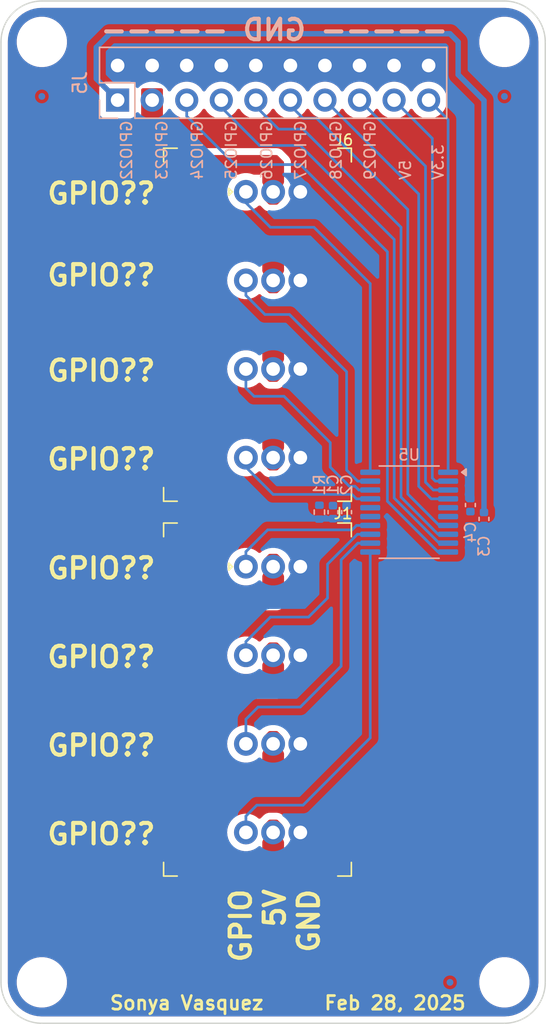
<source format=kicad_pcb>
(kicad_pcb (version 20240108) (generator "pcbnew") (generator_version "8.0")
  (layers (0 "F.Cu" signal) (31 "B.Cu" signal) (34 "B.Paste" user) (35 "F.Paste" user) (36 "B.SilkS" user "B.Silkscreen") (37 "F.SilkS" user "F.Silkscreen") (38 "B.Mask" user) (39 "F.Mask" user) (44 "Edge.Cuts" user))
  (net 0 "")
  (net 1 "+5V")
  (net 2 "GND")
  (net 3 "+3.3V")
  (net 4 "/OUT3")
  (net 5 "/IN0")
  (net 6 "/IN3")
  (net 7 "/OUT2")
  (net 8 "/OUT1")
  (net 9 "/IN1")
  (net 10 "/OUT0")
  (net 11 "/IN2")
  (net 12 "/IN1_5V")
  (net 13 "/OUT3_5V")
  (net 14 "+3V3")
  (net 15 "/OUT1_5V")
  (net 16 "/OUT2_5V")
  (net 17 "/IN2_5V")
  (net 18 "/IN0_5V")
  (net 19 "/OUT0_5V")
  (net 20 "/IN3_5V")
  (footprint "MountingHole:MountingHole_3.2mm_M3_DIN965" (layer "F.Cu") (at 157 107)
    (property "Reference" "REF**" (hide yes))
    (property "Value" "MountingHole_3.2mm_M3_DIN965" (hide yes))
    (pad "" np_thru_hole circle (at 0 0) (size 3.2 3.2) (drill 3.2) (layers "*.Cu" "*.Mask"))
  )
  (footprint "kicad-lib:3M_Mini-Clamp-Socket-37212-62M3-003PL-3x4_Vertical" (layer "F.Cu") (at 140 58.75 -90)
    (property "Reference" "J6" (at -13.55 -5.2 0) (layer "F.SilkS") (effects (font (size 0.8 0.8) (thickness 0.125))))
    (property "Value" "Conn_01x12_Socket" (hide yes))
    (fp_line (start -12.95 8.05) (end -11.95 8.05) (stroke (width 0.12)) (layer "F.SilkS"))
    (fp_line (start -12.95 8.05) (end -12.95 7.05) (stroke (width 0.12)) (layer "F.SilkS"))
    (fp_line (start 12.95 8.05) (end 11.95 8.05) (stroke (width 0.12)) (layer "F.SilkS"))
    (fp_line (start 12.95 8.05) (end 12.95 7.05) (stroke (width 0.12)) (layer "F.SilkS"))
    (fp_line (start -10 3.25) (end -9.5 3.25) (stroke (width 0.12)) (layer "F.SilkS"))
    (fp_line (start -9.5 3.25) (end -9.75 3) (stroke (width 0.12)) (layer "F.SilkS"))
    (fp_line (start -9.75 3) (end -10 3.25) (stroke (width 0.12)) (layer "F.SilkS"))
    (fp_line (start -12.95 -5.75) (end -12.95 -4.75) (stroke (width 0.12)) (layer "F.SilkS"))
    (fp_line (start -12.95 -5.75) (end -11.95 -5.75) (stroke (width 0.12)) (layer "F.SilkS"))
    (fp_line (start 12.95 -5.75) (end 12.95 -4.75) (stroke (width 0.12)) (layer "F.SilkS"))
    (fp_line (start 12.95 -5.75) (end 11.95 -5.75) (stroke (width 0.12)) (layer "F.SilkS"))
    (pad "1" thru_hole circle (at -9.75 2 270) (size 1.75 1.75) (drill 1) (layers "*.Cu" "*.Mask") (net 18 "/IN0_5V"))
    (pad "2" thru_hole circle (at -9.75 0 270) (size 1.75 1.75) (drill 1) (layers "*.Cu" "*.Mask") (net 1 "+5V"))
    (pad "3" thru_hole circle (at -9.75 -2 270) (size 1.75 1.75) (drill 1) (layers "*.Cu" "*.Mask") (net 2 "GND"))
    (pad "4" thru_hole circle (at -3.25 2 270) (size 1.75 1.75) (drill 1) (layers "*.Cu" "*.Mask") (net 12 "/IN1_5V"))
    (pad "5" thru_hole circle (at -3.25 0 270) (size 1.75 1.75) (drill 1) (layers "*.Cu" "*.Mask") (net 1 "+5V"))
    (pad "6" thru_hole circle (at -3.25 -2 270) (size 1.75 1.75) (drill 1) (layers "*.Cu" "*.Mask") (net 2 "GND"))
    (pad "7" thru_hole circle (at 3.25 2 270) (size 1.75 1.75) (drill 1) (layers "*.Cu" "*.Mask") (net 17 "/IN2_5V"))
    (pad "8" thru_hole circle (at 3.25 0 270) (size 1.75 1.75) (drill 1) (layers "*.Cu" "*.Mask") (net 1 "+5V"))
    (pad "9" thru_hole circle (at 3.25 -2 270) (size 1.75 1.75) (drill 1) (layers "*.Cu" "*.Mask") (net 2 "GND"))
    (pad "10" thru_hole circle (at 9.75 2 270) (size 1.75 1.75) (drill 1) (layers "*.Cu" "*.Mask") (net 20 "/IN3_5V"))
    (pad "11" thru_hole circle (at 9.75 0 270) (size 1.75 1.75) (drill 1) (layers "*.Cu" "*.Mask") (net 1 "+5V"))
    (pad "12" thru_hole circle (at 9.75 -2 270) (size 1.75 1.75) (drill 1) (layers "*.Cu" "*.Mask") (net 2 "GND"))
  )
  (footprint "MountingHole:MountingHole_3.2mm_M3_DIN965" (layer "F.Cu") (at 123 38)
    (property "Reference" "REF**" (hide yes))
    (property "Value" "MountingHole_3.2mm_M3_DIN965" (hide yes))
    (pad "" np_thru_hole circle (at 0 0) (size 3.2 3.2) (drill 3.2) (layers "*.Cu" "*.Mask"))
  )
  (footprint "MountingHole:MountingHole_3.2mm_M3_DIN965" (layer "F.Cu") (at 157 38)
    (property "Reference" "REF**" (hide yes))
    (property "Value" "MountingHole_3.2mm_M3_DIN965" (hide yes))
    (pad "" np_thru_hole circle (at 0 0) (size 3.2 3.2) (drill 3.2) (layers "*.Cu" "*.Mask"))
  )
  (footprint "kicad-lib:3M_Mini-Clamp-Socket-37212-62M3-003PL-3x4_Vertical" (layer "F.Cu") (at 140 86.25 -90)
    (property "Reference" "J1" (at -13.642164 -5.14 0) (layer "F.SilkS") (effects (font (size 0.8 0.8) (thickness 0.125))))
    (property "Value" "Conn_01x12_Socket" (hide yes))
    (fp_line (start -12.95 8.05) (end -11.95 8.05) (stroke (width 0.12)) (layer "F.SilkS"))
    (fp_line (start -12.95 8.05) (end -12.95 7.05) (stroke (width 0.12)) (layer "F.SilkS"))
    (fp_line (start 12.95 8.05) (end 11.95 8.05) (stroke (width 0.12)) (layer "F.SilkS"))
    (fp_line (start 12.95 8.05) (end 12.95 7.05) (stroke (width 0.12)) (layer "F.SilkS"))
    (fp_line (start -10 3.25) (end -9.5 3.25) (stroke (width 0.12)) (layer "F.SilkS"))
    (fp_line (start -9.5 3.25) (end -9.75 3) (stroke (width 0.12)) (layer "F.SilkS"))
    (fp_line (start -9.75 3) (end -10 3.25) (stroke (width 0.12)) (layer "F.SilkS"))
    (fp_line (start -12.95 -5.75) (end -12.95 -4.75) (stroke (width 0.12)) (layer "F.SilkS"))
    (fp_line (start -12.95 -5.75) (end -11.95 -5.75) (stroke (width 0.12)) (layer "F.SilkS"))
    (fp_line (start 12.95 -5.75) (end 12.95 -4.75) (stroke (width 0.12)) (layer "F.SilkS"))
    (fp_line (start 12.95 -5.75) (end 11.95 -5.75) (stroke (width 0.12)) (layer "F.SilkS"))
    (pad "1" thru_hole circle (at -9.75 2 270) (size 1.75 1.75) (drill 1) (layers "*.Cu" "*.Mask") (net 19 "/OUT0_5V"))
    (pad "2" thru_hole circle (at -9.75 0 270) (size 1.75 1.75) (drill 1) (layers "*.Cu" "*.Mask") (net 1 "+5V"))
    (pad "3" thru_hole circle (at -9.75 -2 270) (size 1.75 1.75) (drill 1) (layers "*.Cu" "*.Mask") (net 2 "GND"))
    (pad "4" thru_hole circle (at -3.25 2 270) (size 1.75 1.75) (drill 1) (layers "*.Cu" "*.Mask") (net 15 "/OUT1_5V"))
    (pad "5" thru_hole circle (at -3.25 0 270) (size 1.75 1.75) (drill 1) (layers "*.Cu" "*.Mask") (net 1 "+5V"))
    (pad "6" thru_hole circle (at -3.25 -2 270) (size 1.75 1.75) (drill 1) (layers "*.Cu" "*.Mask") (net 2 "GND"))
    (pad "7" thru_hole circle (at 3.25 2 270) (size 1.75 1.75) (drill 1) (layers "*.Cu" "*.Mask") (net 16 "/OUT2_5V"))
    (pad "8" thru_hole circle (at 3.25 0 270) (size 1.75 1.75) (drill 1) (layers "*.Cu" "*.Mask") (net 1 "+5V"))
    (pad "9" thru_hole circle (at 3.25 -2 270) (size 1.75 1.75) (drill 1) (layers "*.Cu" "*.Mask") (net 2 "GND"))
    (pad "10" thru_hole circle (at 9.75 2 270) (size 1.75 1.75) (drill 1) (layers "*.Cu" "*.Mask") (net 13 "/OUT3_5V"))
    (pad "11" thru_hole circle (at 9.75 0 270) (size 1.75 1.75) (drill 1) (layers "*.Cu" "*.Mask") (net 1 "+5V"))
    (pad "12" thru_hole circle (at 9.75 -2 270) (size 1.75 1.75) (drill 1) (layers "*.Cu" "*.Mask") (net 2 "GND"))
  )
  (footprint "MountingHole:MountingHole_3.2mm_M3_DIN965" (layer "F.Cu") (at 123 107)
    (property "Reference" "REF**" (hide yes))
    (property "Value" "MountingHole_3.2mm_M3_DIN965" (hide yes))
    (pad "" np_thru_hole circle (at 0 0) (size 3.2 3.2) (drill 3.2) (layers "*.Cu" "*.Mask"))
  )
  (footprint "Capacitor_SMD:C_0402_1005Metric" (layer "B.Cu") (at 154.5 71.98 90)
    (property "Reference" "C4" (at -2 0 90) (layer "B.SilkS") (effects (font (size 0.8 0.8) (thickness 0.125)) (justify mirror)))
    (property "Value" "1uF" (hide yes))
    (fp_line (start 0.107836 -0.36) (end -0.107836 -0.36) (stroke (width 0.12)) (layer "B.SilkS"))
    (fp_line (start 0.107836 0.36) (end -0.107836 0.36) (stroke (width 0.12)) (layer "B.SilkS"))
    (pad "1" smd roundrect (at -0.48 0 90) (size 0.56 0.62) (layers "B.Cu" "B.Paste" "B.Mask") (net 3 "+3.3V"))
    (pad "2" smd roundrect (at 0.48 0 90) (size 0.56 0.62) (layers "B.Cu" "B.Paste" "B.Mask") (net 2 "GND"))
  )
  (footprint "Resistor_SMD:R_0402_1005Metric" (layer "B.Cu") (at 143.4 72.5 90)
    (property "Reference" "R1" (at 2 0 90) (layer "B.SilkS") (effects (font (size 0.8 0.8) (thickness 0.125)) (justify mirror)))
    (property "Value" "10K" (hide yes))
    (fp_line (start 0.153641 -0.38) (end -0.153641 -0.38) (stroke (width 0.12)) (layer "B.SilkS"))
    (fp_line (start 0.153641 0.38) (end -0.153641 0.38) (stroke (width 0.12)) (layer "B.SilkS"))
    (pad "1" smd roundrect (at -0.51 0 90) (size 0.54 0.64) (layers "B.Cu" "B.Paste" "B.Mask") (net 2 "GND"))
    (pad "2" smd roundrect (at 0.51 0 90) (size 0.54 0.64) (layers "B.Cu" "B.Paste" "B.Mask") (net 1 "+5V"))
  )
  (footprint "Fiducial:Fiducial_0.5mm_Mask1mm" (layer "B.Cu") (at 153 107 180)
    (property "Reference" "FID2" (hide yes))
    (property "Value" "Fiducial" (hide yes))
    (pad "" smd circle (at 0 0 180) (size 0.5 0.5) (layers "B.Cu" "B.Mask") (clearance 0.25))
  )
  (footprint "Capacitor_SMD:C_0402_1005Metric" (layer "B.Cu") (at 144.4 72.5 -90)
    (property "Reference" "C1" (at -2 0 90) (layer "B.SilkS") (effects (font (size 0.8 0.8) (thickness 0.125)) (justify mirror)))
    (property "Value" "1uF" (hide yes))
    (fp_line (start 0.107836 0.36) (end -0.107836 0.36) (stroke (width 0.12)) (layer "B.SilkS"))
    (fp_line (start 0.107836 -0.36) (end -0.107836 -0.36) (stroke (width 0.12)) (layer "B.SilkS"))
    (pad "1" smd roundrect (at -0.48 0 270) (size 0.56 0.62) (layers "B.Cu" "B.Paste" "B.Mask") (net 1 "+5V"))
    (pad "2" smd roundrect (at 0.48 0 270) (size 0.56 0.62) (layers "B.Cu" "B.Paste" "B.Mask") (net 2 "GND"))
  )
  (footprint "Connector_PinSocket_2.54mm:PinSocket_2x10_P2.54mm_Vertical" (layer "B.Cu") (at 128.57 42.27 -90)
    (property "Reference" "J5" (at -1.27 2.77 90) (layer "B.SilkS") (effects (justify mirror)))
    (property "Value" "Conn_02x10_Odd_Even" (hide yes))
    (fp_line (start -1.27 1.33) (end -3.87 1.33) (stroke (width 0.12)) (layer "B.SilkS"))
    (fp_line (start 1.33 1.33) (end 0 1.33) (stroke (width 0.12)) (layer "B.SilkS"))
    (fp_line (start 1.33 0) (end 1.33 1.33) (stroke (width 0.12)) (layer "B.SilkS"))
    (fp_line (start -1.27 -1.27) (end -1.27 1.33) (stroke (width 0.12)) (layer "B.SilkS"))
    (fp_line (start 1.33 -1.27) (end -1.27 -1.27) (stroke (width 0.12)) (layer "B.SilkS"))
    (fp_line (start -3.87 -24.19) (end -3.87 1.33) (stroke (width 0.12)) (layer "B.SilkS"))
    (fp_line (start 1.33 -24.19) (end 1.33 -1.27) (stroke (width 0.12)) (layer "B.SilkS"))
    (fp_line (start 1.33 -24.19) (end -3.87 -24.19) (stroke (width 0.12)) (layer "B.SilkS"))
    (pad "1" thru_hole rect (at 0 0 270) (size 1.7 1.7) (drill 1) (layers "*.Cu" "*.Mask") (net 3 "+3.3V"))
    (pad "2" thru_hole oval (at -2.54 0 270) (size 1.7 1.7) (drill 1) (layers "*.Cu" "*.Mask") (net 2 "GND"))
    (pad "3" thru_hole oval (at 0 -2.54 270) (size 1.7 1.7) (drill 1) (layers "*.Cu" "*.Mask") (net 1 "+5V"))
    (pad "4" thru_hole oval (at -2.54 -2.54 270) (size 1.7 1.7) (drill 1) (layers "*.Cu" "*.Mask") (net 2 "GND"))
    (pad "5" thru_hole oval (at 0 -5.08 270) (size 1.7 1.7) (drill 1) (layers "*.Cu" "*.Mask") (net 4 "/OUT3"))
    (pad "6" thru_hole oval (at -2.54 -5.08 270) (size 1.7 1.7) (drill 1) (layers "*.Cu" "*.Mask") (net 2 "GND"))
    (pad "7" thru_hole oval (at 0 -7.62 270) (size 1.7 1.7) (drill 1) (layers "*.Cu" "*.Mask") (net 7 "/OUT2"))
    (pad "8" thru_hole oval (at -2.54 -7.62 270) (size 1.7 1.7) (drill 1) (layers "*.Cu" "*.Mask") (net 2 "GND"))
    (pad "9" thru_hole oval (at 0 -10.16 270) (size 1.7 1.7) (drill 1) (layers "*.Cu" "*.Mask") (net 8 "/OUT1"))
    (pad "10" thru_hole oval (at -2.54 -10.16 270) (size 1.7 1.7) (drill 1) (layers "*.Cu" "*.Mask") (net 2 "GND"))
    (pad "11" thru_hole oval (at 0 -12.7 270) (size 1.7 1.7) (drill 1) (layers "*.Cu" "*.Mask") (net 10 "/OUT0"))
    (pad "12" thru_hole oval (at -2.54 -12.7 270) (size 1.7 1.7) (drill 1) (layers "*.Cu" "*.Mask") (net 2 "GND"))
    (pad "13" thru_hole oval (at 0 -15.24 270) (size 1.7 1.7) (drill 1) (layers "*.Cu" "*.Mask") (net 6 "/IN3"))
    (pad "14" thru_hole oval (at -2.54 -15.24 270) (size 1.7 1.7) (drill 1) (layers "*.Cu" "*.Mask") (net 2 "GND"))
    (pad "15" thru_hole oval (at 0 -17.78 270) (size 1.7 1.7) (drill 1) (layers "*.Cu" "*.Mask") (net 11 "/IN2"))
    (pad "16" thru_hole oval (at -2.54 -17.78 270) (size 1.7 1.7) (drill 1) (layers "*.Cu" "*.Mask") (net 2 "GND"))
    (pad "17" thru_hole oval (at 0 -20.32 270) (size 1.7 1.7) (drill 1) (layers "*.Cu" "*.Mask") (net 9 "/IN1"))
    (pad "18" thru_hole oval (at -2.54 -20.32 270) (size 1.7 1.7) (drill 1) (layers "*.Cu" "*.Mask") (net 2 "GND"))
    (pad "19" thru_hole oval (at 0 -22.86 270) (size 1.7 1.7) (drill 1) (layers "*.Cu" "*.Mask") (net 5 "/IN0"))
    (pad "20" thru_hole oval (at -2.54 -22.86 270) (size 1.7 1.7) (drill 1) (layers "*.Cu" "*.Mask") (net 2 "GND"))
  )
  (footprint "Fiducial:Fiducial_0.5mm_Mask1mm" (layer "B.Cu") (at 123 42 180)
    (property "Reference" "FID2" (hide yes))
    (property "Value" "Fiducial" (hide yes))
    (pad "" smd circle (at 0 0 180) (size 0.5 0.5) (layers "B.Cu" "B.Mask") (clearance 0.25))
  )
  (footprint "Capacitor_SMD:C_0402_1005Metric" (layer "B.Cu") (at 145.4 72.5 90)
    (property "Reference" "C2" (at 2 0 90) (layer "B.SilkS") (effects (font (size 0.8 0.8) (thickness 0.125)) (justify mirror)))
    (property "Value" "100nF" (hide yes))
    (fp_line (start 0.107836 -0.36) (end -0.107836 -0.36) (stroke (width 0.12)) (layer "B.SilkS"))
    (fp_line (start 0.107836 0.36) (end -0.107836 0.36) (stroke (width 0.12)) (layer "B.SilkS"))
    (pad "1" smd roundrect (at -0.48 0 90) (size 0.56 0.62) (layers "B.Cu" "B.Paste" "B.Mask") (net 2 "GND"))
    (pad "2" smd roundrect (at 0.48 0 90) (size 0.56 0.62) (layers "B.Cu" "B.Paste" "B.Mask") (net 1 "+5V"))
  )
  (footprint "Fiducial:Fiducial_0.5mm_Mask1mm" (layer "B.Cu") (at 157 42 180)
    (property "Reference" "FID2" (hide yes))
    (property "Value" "Fiducial" (hide yes))
    (pad "" smd circle (at 0 0 180) (size 0.5 0.5) (layers "B.Cu" "B.Mask") (clearance 0.25))
  )
  (footprint "Capacitor_SMD:C_0402_1005Metric" (layer "B.Cu") (at 155.5 73 90)
    (property "Reference" "C3" (at -2 0 90) (layer "B.SilkS") (effects (font (size 0.8 0.8) (thickness 0.125)) (justify mirror)))
    (property "Value" "100nF" (hide yes))
    (fp_line (start 0.107836 -0.36) (end -0.107836 -0.36) (stroke (width 0.12)) (layer "B.SilkS"))
    (fp_line (start 0.107836 0.36) (end -0.107836 0.36) (stroke (width 0.12)) (layer "B.SilkS"))
    (pad "1" smd roundrect (at -0.48 0 90) (size 0.56 0.62) (layers "B.Cu" "B.Paste" "B.Mask") (net 2 "GND"))
    (pad "2" smd roundrect (at 0.48 0 90) (size 0.56 0.62) (layers "B.Cu" "B.Paste" "B.Mask") (net 3 "+3.3V"))
  )
  (footprint "Package_SO:TSSOP-20_4.4x6.5mm_P0.65mm" (layer "B.Cu") (at 150 72.5 180)
    (property "Reference" "U5" (at 0 4.2 0) (layer "B.SilkS") (effects (font (size 0.8 0.8) (thickness 0.125)) (justify mirror)))
    (property "Value" "TXB0108")
    (fp_line (start 2.2 3.385) (end 0 3.385) (stroke (width 0.12)) (layer "B.SilkS"))
    (fp_line (start 2.2 -3.385) (end 0 -3.385) (stroke (width 0.12)) (layer "B.SilkS"))
    (fp_line (start -2.2 3.385) (end 0 3.385) (stroke (width 0.12)) (layer "B.SilkS"))
    (fp_line (start -2.2 -3.385) (end 0 -3.385) (stroke (width 0.12)) (layer "B.SilkS"))
    (fp_poly (pts (xy -3.86 2.925) (xy -4.19 3.165) (xy -4.19 2.685) (xy -3.86 2.925)) (stroke (width 0.12)) (fill solid) (layer "B.SilkS"))
    (pad "1" smd roundrect (at -2.8625 2.925 180) (size 1.475 0.4) (layers "B.Cu" "B.Paste" "B.Mask") (net 5 "/IN0"))
    (pad "2" smd roundrect (at -2.8625 2.275 180) (size 1.475 0.4) (layers "B.Cu" "B.Paste" "B.Mask") (net 9 "/IN1"))
    (pad "3" smd roundrect (at -2.8625 1.625 180) (size 1.475 0.4) (layers "B.Cu" "B.Paste" "B.Mask") (net 11 "/IN2"))
    (pad "4" smd roundrect (at -2.8625 0.975 180) (size 1.475 0.4) (layers "B.Cu" "B.Paste" "B.Mask") (net 6 "/IN3"))
    (pad "5" smd roundrect (at -2.8625 0.325 180) (size 1.475 0.4) (layers "B.Cu" "B.Paste" "B.Mask") (net 14 "+3V3"))
    (pad "6" smd roundrect (at -2.8625 -0.325 180) (size 1.475 0.4) (layers "B.Cu" "B.Paste" "B.Mask") (net 14 "+3V3"))
    (pad "7" smd roundrect (at -2.8625 -0.975 180) (size 1.475 0.4) (layers "B.Cu" "B.Paste" "B.Mask") (net 10 "/OUT0"))
    (pad "8" smd roundrect (at -2.8625 -1.625 180) (size 1.475 0.4) (layers "B.Cu" "B.Paste" "B.Mask") (net 8 "/OUT1"))
    (pad "9" smd roundrect (at -2.8625 -2.275 180) (size 1.475 0.4) (layers "B.Cu" "B.Paste" "B.Mask") (net 7 "/OUT2"))
    (pad "10" smd roundrect (at -2.8625 -2.925 180) (size 1.475 0.4) (layers "B.Cu" "B.Paste" "B.Mask") (net 4 "/OUT3"))
    (pad "11" smd roundrect (at 2.8625 -2.925 180) (size 1.475 0.4) (layers "B.Cu" "B.Paste" "B.Mask") (net 13 "/OUT3_5V"))
    (pad "12" smd roundrect (at 2.8625 -2.275 180) (size 1.475 0.4) (layers "B.Cu" "B.Paste" "B.Mask") (net 16 "/OUT2_5V"))
    (pad "13" smd roundrect (at 2.8625 -1.625 180) (size 1.475 0.4) (layers "B.Cu" "B.Paste" "B.Mask") (net 15 "/OUT1_5V"))
    (pad "14" smd roundrect (at 2.8625 -0.975 180) (size 1.475 0.4) (layers "B.Cu" "B.Paste" "B.Mask") (net 19 "/OUT0_5V"))
    (pad "15" smd roundrect (at 2.8625 -0.325 180) (size 1.475 0.4) (layers "B.Cu" "B.Paste" "B.Mask") (net 2 "GND"))
    (pad "16" smd roundrect (at 2.8625 0.325 180) (size 1.475 0.4) (layers "B.Cu" "B.Paste" "B.Mask") (net 1 "+5V"))
    (pad "17" smd roundrect (at 2.8625 0.975 180) (size 1.475 0.4) (layers "B.Cu" "B.Paste" "B.Mask") (net 20 "/IN3_5V"))
    (pad "18" smd roundrect (at 2.8625 1.625 180) (size 1.475 0.4) (layers "B.Cu" "B.Paste" "B.Mask") (net 17 "/IN2_5V"))
    (pad "19" smd roundrect (at 2.8625 2.275 180) (size 1.475 0.4) (layers "B.Cu" "B.Paste" "B.Mask") (net 12 "/IN1_5V"))
    (pad "20" smd roundrect (at 2.8625 2.925 180) (size 1.475 0.4) (layers "B.Cu" "B.Paste" "B.Mask") (net 18 "/IN0_5V"))
  )
  (gr_line (start 160 107) (end 160 38) (stroke (width 0.1)) (layer "Edge.Cuts"))
  (gr_arc (start 157 35) (mid 159.12132 35.87868) (end 160 38) (stroke (width 0.1)) (layer "Edge.Cuts"))
  (gr_line (start 120 38) (end 120 107) (stroke (width 0.1)) (layer "Edge.Cuts"))
  (gr_arc (start 160 107) (mid 159.12132 109.12132) (end 157 110) (stroke (width 0.1)) (layer "Edge.Cuts"))
  (gr_arc (start 120 38) (mid 120.87868 35.87868) (end 123 35) (stroke (width 0.1)) (layer "Edge.Cuts"))
  (gr_line (start 123 35) (end 157 35) (stroke (width 0.1)) (layer "Edge.Cuts"))
  (gr_line (start 123 110) (end 157 110) (stroke (width 0.1)) (layer "Edge.Cuts"))
  (gr_arc (start 123 110) (mid 120.87868 109.12132) (end 120 107) (stroke (width 0.1)) (layer "Edge.Cuts"))
  (gr_text "----- GND -----" (at 153 38 -0) (layer "B.SilkS") (effects (font (size 1.5 1.5) (thickness 0.3) (bold yes)) (justify left bottom mirror)))
  (gr_text "GPIO28" (at 145.092 48.2 90) (layer "B.SilkS") (effects (font (size 0.8 0.8) (thickness 0.125)) (justify right bottom mirror)))
  (gr_text "GPIO23" (at 132.292 48.2 90) (layer "B.SilkS") (effects (font (size 0.8 0.8) (thickness 0.125)) (justify right bottom mirror)))
  (gr_text "GPIO25" (at 137.392 48.2 90) (layer "B.SilkS") (effects (font (size 0.8 0.8) (thickness 0.125)) (justify right bottom mirror)))
  (gr_text "GPIO26" (at 139.992 48.2 90) (layer "B.SilkS") (effects (font (size 0.8 0.8) (thickness 0.125)) (justify right bottom mirror)))
  (gr_text "GPIO27" (at 142.492 48.2 90) (layer "B.SilkS") (effects (font (size 0.8 0.8) (thickness 0.125)) (justify right bottom mirror)))
  (gr_text "3.3V" (at 152.592 48.2 90) (layer "B.SilkS") (effects (font (size 0.8 0.8) (thickness 0.125)) (justify right bottom mirror)))
  (gr_text "GPIO29" (at 147.592 48.2 90) (layer "B.SilkS") (effects (font (size 0.8 0.8) (thickness 0.125)) (justify right bottom mirror)))
  (gr_text "GPIO22" (at 129.692 48.2 90) (layer "B.SilkS") (effects (font (size 0.8 0.8) (thickness 0.125)) (justify right bottom mirror)))
  (gr_text "5V" (at 150.192 48.2 90) (layer "B.SilkS") (effects (font (size 0.8 0.8) (thickness 0.125)) (justify right bottom mirror)))
  (gr_text "GPIO24" (at 134.892 48.2 90) (layer "B.SilkS") (effects (font (size 0.8 0.8) (thickness 0.125)) (justify right bottom mirror)))
  (gr_text "Sonya Vasquez	Feb 28, 2025" (at 127.9 109.1 0) (layer "F.SilkS") (effects (font (size 1 1) (thickness 0.2) (bold yes)) (justify left bottom)))
  (gr_text "GPIO??" (at 131.5 77.5 0) (layer "F.SilkS") (effects (font (size 1.5 1.5) (thickness 0.3) (bold yes)) (justify right bottom)))
  (gr_text "GPIO??" (at 131.5 69.5 0) (layer "F.SilkS") (effects (font (size 1.5 1.5) (thickness 0.3) (bold yes)) (justify right bottom)))
  (gr_text "GPIO" (at 138.5 100 90) (layer "F.SilkS") (effects (font (size 1.5 1.5) (thickness 0.3) (bold yes)) (justify right bottom)))
  (gr_text "GPIO??" (at 131.5 97 0) (layer "F.SilkS") (effects (font (size 1.5 1.5) (thickness 0.3) (bold yes)) (justify right bottom)))
  (gr_text "GPIO??" (at 131.5 90.5 0) (layer "F.SilkS") (effects (font (size 1.5 1.5) (thickness 0.3) (bold yes)) (justify right bottom)))
  (gr_text "GPIO??" (at 131.5 56 0) (layer "F.SilkS") (effects (font (size 1.5 1.5) (thickness 0.3) (bold yes)) (justify right bottom)))
  (gr_text "5V" (at 141 100 90) (layer "F.SilkS") (effects (font (size 1.5 1.5) (thickness 0.3) (bold yes)) (justify right bottom)))
  (gr_text "GPIO??" (at 131.5 50 0) (layer "F.SilkS") (effects (font (size 1.5 1.5) (thickness 0.3) (bold yes)) (justify right bottom)))
  (gr_text "GPIO??" (at 131.5 63 0) (layer "F.SilkS") (effects (font (size 1.5 1.5) (thickness 0.3) (bold yes)) (justify right bottom)))
  (gr_text "GPIO??" (at 131.5 84 0) (layer "F.SilkS") (effects (font (size 1.5 1.5) (thickness 0.3) (bold yes)) (justify right bottom)))
  (gr_text "GND" (at 143.5 100 90) (layer "F.SilkS") (effects (font (size 1.5 1.5) (thickness 0.3) (bold yes)) (justify right bottom)))
  (segment (start 128 37.4) (end 153 37.4) (width 0.4) (layer "B.Cu") (net 3))
  (segment (start 153 37.4) (end 153.6 38) (width 0.4) (layer "B.Cu") (net 3))
  (segment (start 155.5 42.3) (end 155.5 72.52) (width 0.4) (layer "B.Cu") (net 3))
  (segment (start 127 38.4) (end 128 37.4) (width 0.4) (layer "B.Cu") (net 3))
  (segment (start 128.57 42.27) (end 127 40.7) (width 0.4) (layer "B.Cu") (net 3))
  (segment (start 127 40.7) (end 127 38.4) (width 0.4) (layer "B.Cu") (net 3))
  (segment (start 153.6 40.4) (end 155.5 42.3) (width 0.4) (layer "B.Cu") (net 3))
  (segment (start 153.6 38) (end 153.6 40.4) (width 0.4) (layer "B.Cu") (net 3))
  (segment (start 152.125001 75.425) (end 152.8625 75.425) (width 0.2) (layer "B.Cu") (net 4))
  (segment (start 148.4 71.699999) (end 152.125001 75.425) (width 0.2) (layer "B.Cu") (net 4))
  (segment (start 133.65 43.45) (end 137.2 47) (width 0.2) (layer "B.Cu") (net 4))
  (segment (start 142 47) (end 148.4 53.4) (width 0.2) (layer "B.Cu") (net 4))
  (segment (start 133.65 42.27) (end 133.65 43.45) (width 0.2) (layer "B.Cu") (net 4))
  (segment (start 137.2 47) (end 142 47) (width 0.2) (layer "B.Cu") (net 4))
  (segment (start 148.4 53.4) (end 148.4 71.699999) (width 0.2) (layer "B.Cu") (net 4))
  (segment (start 151.43 42.27) (end 152.8625 43.7025) (width 0.2) (layer "B.Cu") (net 5))
  (segment (start 152.8625 43.7025) (end 152.8625 69.575) (width 0.2) (layer "B.Cu") (net 5))
  (segment (start 150.7 49.16) (end 143.81 42.27) (width 0.2) (layer "B.Cu") (net 6))
  (segment (start 150.7 70.6) (end 150.7 49.16) (width 0.2) (layer "B.Cu") (net 6))
  (segment (start 152.8625 71.525) (end 151.625 71.525) (width 0.2) (layer "B.Cu") (net 6))
  (segment (start 151.625 71.525) (end 150.7 70.6) (width 0.2) (layer "B.Cu") (net 6))
  (segment (start 152.206544 74.775) (end 152.8625 74.775) (width 0.2) (layer "B.Cu") (net 7))
  (segment (start 142 45.6) (end 148.9 52.5) (width 0.2) (layer "B.Cu") (net 7))
  (segment (start 139 45.6) (end 142 45.6) (width 0.2) (layer "B.Cu") (net 7))
  (segment (start 148.9 71.468456) (end 152.206544 74.775) (width 0.2) (layer "B.Cu") (net 7))
  (segment (start 136.19 42.79) (end 139 45.6) (width 0.2) (layer "B.Cu") (net 7))
  (segment (start 136.19 42.27) (end 136.19 42.79) (width 0.2) (layer "B.Cu") (net 7))
  (segment (start 148.9 52.5) (end 148.9 71.468456) (width 0.2) (layer "B.Cu") (net 7))
  (segment (start 140.4 44.4) (end 142.2 44.4) (width 0.2) (layer "B.Cu") (net 8))
  (segment (start 149.4 71.399999) (end 152.125001 74.125) (width 0.2) (layer "B.Cu") (net 8))
  (segment (start 138.73 42.27) (end 138.73 42.73) (width 0.2) (layer "B.Cu") (net 8))
  (segment (start 149.4 51.6) (end 149.4 71.399999) (width 0.2) (layer "B.Cu") (net 8))
  (segment (start 152.125001 74.125) (end 152.8625 74.125) (width 0.2) (layer "B.Cu") (net 8))
  (segment (start 138.73 42.73) (end 140.4 44.4) (width 0.2) (layer "B.Cu") (net 8))
  (segment (start 142.2 44.4) (end 149.4 51.6) (width 0.2) (layer "B.Cu") (net 8))
  (segment (start 151.925 70.225) (end 152.8625 70.225) (width 0.2) (layer "B.Cu") (net 9))
  (segment (start 148.89 42.27) (end 151.7 45.08) (width 0.2) (layer "B.Cu") (net 9))
  (segment (start 151.7 70) (end 151.925 70.225) (width 0.2) (layer "B.Cu") (net 9))
  (segment (start 151.7 45.08) (end 151.7 70) (width 0.2) (layer "B.Cu") (net 9))
  (segment (start 141.27 42.67) (end 141.27 42.27) (width 0.2) (layer "B.Cu") (net 10))
  (segment (start 152.8625 73.475) (end 152.206544 73.475) (width 0.2) (layer "B.Cu") (net 10))
  (segment (start 149.9 71.168456) (end 149.9 50.3) (width 0.2) (layer "B.Cu") (net 10))
  (segment (start 152.206544 73.475) (end 149.9 71.168456) (width 0.2) (layer "B.Cu") (net 10))
  (segment (start 143.2 43.6) (end 142.2 43.6) (width 0.2) (layer "B.Cu") (net 10))
  (segment (start 149.9 50.3) (end 143.2 43.6) (width 0.2) (layer "B.Cu") (net 10))
  (segment (start 142.2 43.6) (end 141.27 42.67) (width 0.2) (layer "B.Cu") (net 10))
  (segment (start 151.2 70.3) (end 151.2 47.12) (width 0.2) (layer "B.Cu") (net 11))
  (segment (start 152.8625 70.875) (end 151.775 70.875) (width 0.2) (layer "B.Cu") (net 11))
  (segment (start 151.2 47.12) (end 146.35 42.27) (width 0.2) (layer "B.Cu") (net 11))
  (segment (start 151.775 70.875) (end 151.2 70.3) (width 0.2) (layer "B.Cu") (net 11))
  (segment (start 141.2 58) (end 139.4 58) (width 0.2) (layer "B.Cu") (net 12))
  (segment (start 146.2125 70.225) (end 145.4 69.4125) (width 0.2) (layer "B.Cu") (net 12))
  (segment (start 138 56.6) (end 138 55.5) (width 0.2) (layer "B.Cu") (net 12))
  (segment (start 139.4 58) (end 138 56.6) (width 0.2) (layer "B.Cu") (net 12))
  (segment (start 145.4 69.4125) (end 145.4 62.2) (width 0.2) (layer "B.Cu") (net 12))
  (segment (start 147.1375 70.225) (end 146.2125 70.225) (width 0.2) (layer "B.Cu") (net 12))
  (segment (start 145.4 62.2) (end 141.2 58) (width 0.2) (layer "B.Cu") (net 12))
  (segment (start 147.1375 89.0625) (end 142.2 94) (width 0.2) (layer "B.Cu") (net 13))
  (segment (start 138 94.8) (end 138 96) (width 0.2) (layer "B.Cu") (net 13))
  (segment (start 142.2 94) (end 138.8 94) (width 0.2) (layer "B.Cu") (net 13))
  (segment (start 138.8 94) (end 138 94.8) (width 0.2) (layer "B.Cu") (net 13))
  (segment (start 147.1375 75.425) (end 147.1375 89.0625) (width 0.2) (layer "B.Cu") (net 13))
  (segment (start 139.8 80.2) (end 138 82) (width 0.2) (layer "B.Cu") (net 15))
  (segment (start 147.1375 74.125) (end 146.192157 74.125) (width 0.2) (layer "B.Cu") (net 15))
  (segment (start 146.192157 74.125) (end 144 76.317157) (width 0.2) (layer "B.Cu") (net 15))
  (segment (start 138 82) (end 138 83) (width 0.2) (layer "B.Cu") (net 15))
  (segment (start 142.6 80.2) (end 139.8 80.2) (width 0.2) (layer "B.Cu") (net 15))
  (segment (start 144 78.8) (end 142.6 80.2) (width 0.2) (layer "B.Cu") (net 15))
  (segment (start 144 76.317157) (end 144 78.8) (width 0.2) (layer "B.Cu") (net 15))
  (segment (start 145 83.8) (end 145 76) (width 0.2) (layer "B.Cu") (net 16))
  (segment (start 138 87.69415) (end 138.89415 86.8) (width 0.2) (layer "B.Cu") (net 16))
  (segment (start 138.89415 86.8) (end 142 86.8) (width 0.2) (layer "B.Cu") (net 16))
  (segment (start 145 76) (end 146.225 74.775) (width 0.2) (layer "B.Cu") (net 16))
  (segment (start 146.225 74.775) (end 147.1375 74.775) (width 0.2) (layer "B.Cu") (net 16))
  (segment (start 142 86.8) (end 145 83.8) (width 0.2) (layer "B.Cu") (net 16))
  (segment (start 138 89.5) (end 138 87.69415) (width 0.2) (layer "B.Cu") (net 16))
  (segment (start 140.8 64) (end 138.6 64) (width 0.2) (layer "B.Cu") (net 17))
  (segment (start 145.6 70.6) (end 144.2 69.2) (width 0.2) (layer "B.Cu") (net 17))
  (segment (start 146.021814 70.6) (end 145.6 70.6) (width 0.2) (layer "B.Cu") (net 17))
  (segment (start 138 63.4) (end 138 62) (width 0.2) (layer "B.Cu") (net 17))
  (segment (start 147.1375 70.875) (end 146.296814 70.875) (width 0.2) (layer "B.Cu") (net 17))
  (segment (start 144.2 69.2) (end 144.2 67.4) (width 0.2) (layer "B.Cu") (net 17))
  (segment (start 138.6 64) (end 138 63.4) (width 0.2) (layer "B.Cu") (net 17))
  (segment (start 146.296814 70.875) (end 146.021814 70.6) (width 0.2) (layer "B.Cu") (net 17))
  (segment (start 144.2 67.4) (end 140.8 64) (width 0.2) (layer "B.Cu") (net 17))
  (segment (start 139.8 51.6) (end 138 49.8) (width 0.2) (layer "B.Cu") (net 18))
  (segment (start 138 49.8) (end 138 49) (width 0.2) (layer "B.Cu") (net 18))
  (segment (start 147.1375 55.7375) (end 143 51.6) (width 0.2) (layer "B.Cu") (net 18))
  (segment (start 143 51.6) (end 139.8 51.6) (width 0.2) (layer "B.Cu") (net 18))
  (segment (start 147.1375 69.575) (end 147.1375 55.7375) (width 0.2) (layer "B.Cu") (net 18))
  (segment (start 145.8 73.8) (end 139.6 73.8) (width 0.2) (layer "B.Cu") (net 19))
  (segment (start 138 75.4) (end 138 76.5) (width 0.2) (layer "B.Cu") (net 19))
  (segment (start 146.125 73.475) (end 145.8 73.8) (width 0.2) (layer "B.Cu") (net 19))
  (segment (start 139.6 73.8) (end 138 75.4) (width 0.2) (layer "B.Cu") (net 19))
  (segment (start 147.1375 73.475) (end 146.125 73.475) (width 0.2) (layer "B.Cu") (net 19))
  (segment (start 147.1375 73.475) (end 147.0525 73.56) (width 0.2) (layer "B.Cu") (net 19))
  (segment (start 146.125 71.525) (end 145.8 71.2) (width 0.2) (layer "B.Cu") (net 20))
  (segment (start 147.1375 71.525) (end 146.125 71.525) (width 0.2) (layer "B.Cu") (net 20))
  (segment (start 140 71.2) (end 138 69.2) (width 0.2) (layer "B.Cu") (net 20))
  (segment (start 145.8 71.2) (end 140 71.2) (width 0.2) (layer "B.Cu") (net 20))
  (segment (start 138 69.2) (end 138 68.5) (width 0.2) (layer "B.Cu") (net 20))
  (zone (net 1) (net_name "+5V") (layer "F.Cu") (priority 1) (connect_pads yes (clearance 0.5)) (min_thickness 0.25) (fill yes (thermal_gap 0.5) (thermal_bridge_width 0.5) (smoothing chamfer) (radius 0.5))
    (polygon (pts (xy 130.305151 85.7) (xy 140.8 85.7) (xy 140.805151 82.059097) (xy 139.205151 82.059097) (xy 139.205151 84.259097) (xy 130.305151 84.259097)))
  )
  (zone (net 1) (net_name "+5V") (layer "F.Cu") (priority 1) (connect_pads yes (clearance 0.5)) (min_thickness 0.25) (fill yes (thermal_gap 0.5) (thermal_bridge_width 0.5) (smoothing chamfer) (radius 0.5))
    (polygon (pts (xy 130.305151 59.3) (xy 140.8 59.3) (xy 140.805151 62.940903) (xy 139.205151 62.940903) (xy 139.205151 60.740903) (xy 130.305151 60.740903)))
  )
  (zone (net 1) (net_name "+5V") (layer "F.Cu") (priority 1) (connect_pads yes (clearance 0.5)) (min_thickness 0.25) (fill yes (thermal_gap 0.5) (thermal_bridge_width 0.5) (smoothing chamfer) (radius 0.5))
    (polygon (pts (xy 130.305151 65.8) (xy 140.8 65.8) (xy 140.805151 69.440903) (xy 139.205151 69.440903) (xy 139.205151 67.240903) (xy 130.305151 67.240903)))
  )
  (zone (net 1) (net_name "+5V") (layer "F.Cu") (priority 1) (connect_pads yes (clearance 0.5)) (min_thickness 0.25) (fill yes (thermal_gap 0.5) (thermal_bridge_width 0.5) (smoothing chamfer) (radius 0.5))
    (polygon (pts (xy 130.305151 52.8) (xy 140.8 52.8) (xy 140.805151 56.440903) (xy 139.205151 56.440903) (xy 139.205151 54.240903) (xy 130.305151 54.240903)))
  )
  (zone (net 1) (net_name "+5V") (layer "F.Cu") (priority 1) (connect_pads yes (clearance 0.5)) (min_thickness 0.25) (fill yes (thermal_gap 0.5) (thermal_bridge_width 0.5) (smoothing chamfer) (radius 0.5))
    (polygon (pts (xy 130.305151 79.2) (xy 140.8 79.2) (xy 140.805151 75.559097) (xy 139.205151 75.559097) (xy 139.205151 77.759097) (xy 130.305151 77.759097)))
  )
  (zone (net 1) (net_name "+5V") (layer "F.Cu") (priority 1) (connect_pads yes (clearance 0.5)) (min_thickness 0.25) (fill yes (thermal_gap 0.5) (thermal_bridge_width 0.5) (smoothing chamfer) (radius 0.5))
    (polygon (pts (xy 130.305151 92.2) (xy 140.8 92.2) (xy 140.805151 88.559097) (xy 139.205151 88.559097) (xy 139.205151 90.759097) (xy 130.305151 90.759097)))
  )
  (zone (net 1) (net_name "+5V") (layer "F.Cu") (priority 1) (connect_pads yes (clearance 0.5)) (min_thickness 0.25) (fill yes (thermal_gap 0.5) (thermal_bridge_width 0.5) (smoothing chamfer) (radius 0.5))
    (polygon (pts (xy 130.305151 46.3) (xy 140.8 46.3) (xy 140.805151 49.940903) (xy 139.205151 49.940903) (xy 139.205151 47.740903) (xy 130.305151 47.740903)))
  )
  (zone (net 1) (net_name "+5V") (layer "F.Cu") (priority 1) (connect_pads yes (clearance 0.5)) (min_thickness 0.25) (fill yes (thermal_gap 0.5) (thermal_bridge_width 0.5) (smoothing chamfer) (radius 0.5))
    (polygon (pts (xy 130.305151 98.7) (xy 140.8 98.7) (xy 140.805151 95.059097) (xy 139.205151 95.059097) (xy 139.205151 97.259097) (xy 130.305151 97.259097)))
  )
  (zone (net 1) (net_name "+5V") (layer "F.Cu") (priority 1) (connect_pads yes (clearance 0.5)) (min_thickness 0.25) (fill yes (thermal_gap 0.5) (thermal_bridge_width 0.5))
    (polygon (pts (xy 130.3 41.4) (xy 131.9 41.4) (xy 131.9 98.7) (xy 130.3 98.7)))
  )
  (zone (net 2) (net_name "GND") (layers "F&B.Cu") (connect_pads yes (clearance 0.5)) (min_thickness 0.25) (fill yes (thermal_gap 0.5) (thermal_bridge_width 0.5))
    (polygon (pts (xy 120 35) (xy 160 35) (xy 160 110) (xy 120 110)))
  )
)
</source>
